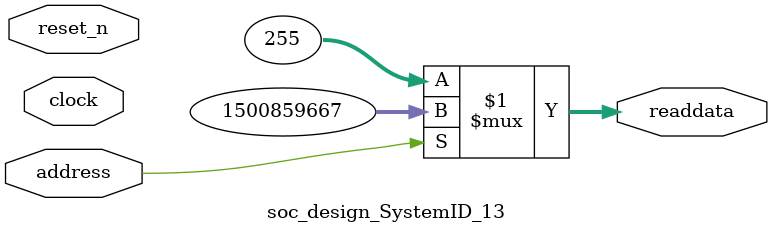
<source format=v>
module soc_design_SystemID_13 (
                address,
                clock,
                reset_n,
                readdata
             )
;
  output  [ 31: 0] readdata;
  input            address;
  input            clock;
  input            reset_n;
  wire    [ 31: 0] readdata;
  assign readdata = address ? 1500859667 : 255;
endmodule
</source>
